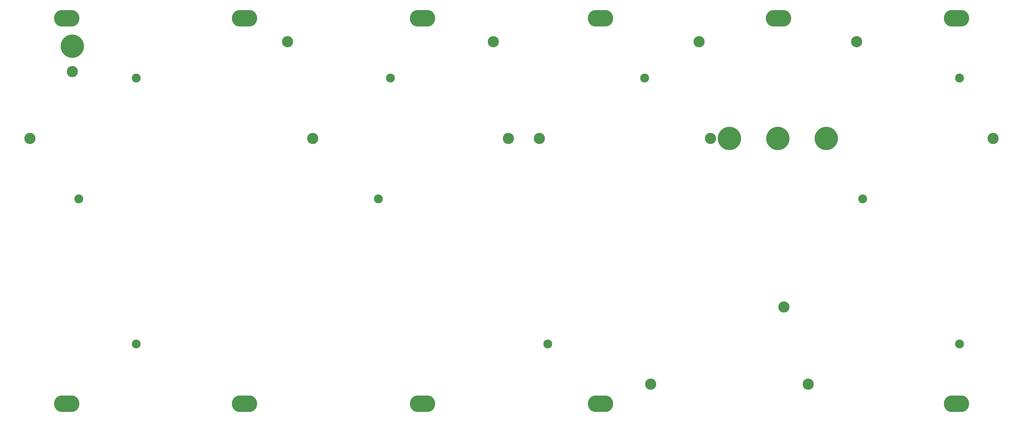
<source format=gbr>
%TF.GenerationSoftware,KiCad,Pcbnew,7.0.2*%
%TF.CreationDate,2023-06-27T02:26:56-04:00*%
%TF.ProjectId,3DP-FR4-hotswap-plate-ANSI,3344502d-4652-4342-9d68-6f7473776170,rev?*%
%TF.SameCoordinates,Original*%
%TF.FileFunction,Soldermask,Top*%
%TF.FilePolarity,Negative*%
%FSLAX46Y46*%
G04 Gerber Fmt 4.6, Leading zero omitted, Abs format (unit mm)*
G04 Created by KiCad (PCBNEW 7.0.2) date 2023-06-27 02:26:56*
%MOMM*%
%LPD*%
G01*
G04 APERTURE LIST*
%ADD10O,10.000000X6.500000*%
%ADD11C,4.400000*%
%ADD12C,3.500000*%
%ADD13C,9.200000*%
G04 APERTURE END LIST*
D10*
%TO.C,H308*%
X93000000Y-157200000D03*
%TD*%
%TO.C,H306*%
X373000000Y-5375000D03*
%TD*%
D11*
%TO.C,H508*%
X276262300Y-52712500D03*
%TD*%
D12*
%TO.C,H206*%
X145613000Y-76525000D03*
%TD*%
%TO.C,H208*%
X50363000Y-133675000D03*
%TD*%
D10*
%TO.C,H311*%
X373000000Y-157200000D03*
%TD*%
D12*
%TO.C,H201*%
X50363000Y-28900000D03*
%TD*%
%TO.C,H207*%
X336113000Y-76525000D03*
%TD*%
D10*
%TO.C,H310*%
X233000000Y-157200000D03*
%TD*%
D13*
%TO.C,H102*%
X283725500Y-52712500D03*
%TD*%
D12*
%TO.C,H210*%
X374213000Y-133675000D03*
%TD*%
D13*
%TO.C,H104*%
X321825500Y-52712500D03*
%TD*%
D11*
%TO.C,H503*%
X109894250Y-14675000D03*
%TD*%
D10*
%TO.C,H304*%
X233000000Y-5375000D03*
%TD*%
%TO.C,H301*%
X23000000Y-5375000D03*
%TD*%
D11*
%TO.C,H512*%
X333731750Y-14675000D03*
%TD*%
%TO.C,H511*%
X305157000Y-119100000D03*
%TD*%
%TO.C,H101*%
X190856750Y-14675000D03*
%TD*%
D10*
%TO.C,H307*%
X23000000Y-157200000D03*
%TD*%
D11*
%TO.C,H506*%
X208963000Y-52712500D03*
%TD*%
%TO.C,H504*%
X119763000Y-52712500D03*
%TD*%
D10*
%TO.C,H303*%
X163000000Y-5375000D03*
%TD*%
D11*
%TO.C,H502*%
X25263000Y-26375000D03*
%TD*%
D12*
%TO.C,H203*%
X250388000Y-28900000D03*
%TD*%
D11*
%TO.C,H505*%
X196762300Y-52712500D03*
%TD*%
D12*
%TO.C,H202*%
X150375500Y-28900000D03*
%TD*%
%TO.C,H209*%
X212288000Y-133675000D03*
%TD*%
D13*
%TO.C,H513*%
X25263000Y-16375000D03*
%TD*%
D11*
%TO.C,H514*%
X314681750Y-149531112D03*
%TD*%
%TO.C,H507*%
X271819250Y-14675000D03*
%TD*%
D13*
%TO.C,H103*%
X302775500Y-52712500D03*
%TD*%
D10*
%TO.C,H302*%
X93000000Y-5375000D03*
%TD*%
D11*
%TO.C,H501*%
X8563000Y-52712500D03*
%TD*%
%TO.C,H510*%
X252769250Y-149531112D03*
%TD*%
%TO.C,H509*%
X387437000Y-52712500D03*
%TD*%
D10*
%TO.C,H305*%
X303000000Y-5375000D03*
%TD*%
D12*
%TO.C,H204*%
X374213000Y-28900000D03*
%TD*%
D10*
%TO.C,H309*%
X163000000Y-157200000D03*
%TD*%
D12*
%TO.C,H205*%
X27741125Y-76525000D03*
%TD*%
M02*

</source>
